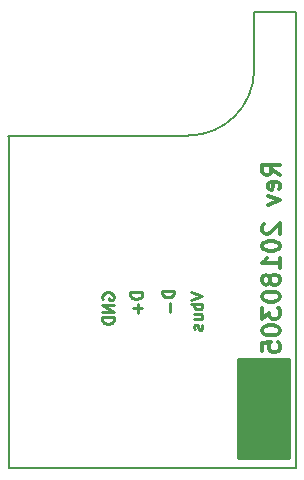
<source format=gbo>
%TF.GenerationSoftware,KiCad,Pcbnew,4.0.7*%
%TF.CreationDate,2018-03-06T15:15:19+00:00*%
%TF.ProjectId,a5v11-mod-01,61357631312D6D6F642D30312E6B6963,rev?*%
%TF.FileFunction,Legend,Bot*%
%FSLAX46Y46*%
G04 Gerber Fmt 4.6, Leading zero omitted, Abs format (unit mm)*
G04 Created by KiCad (PCBNEW 4.0.7) date Tuesday, 06 March 2018 'PMt' 15:15:19*
%MOMM*%
%LPD*%
G01*
G04 APERTURE LIST*
%ADD10C,0.100000*%
%ADD11C,0.300000*%
%ADD12C,0.150000*%
%ADD13C,0.250000*%
%ADD14C,0.254000*%
G04 APERTURE END LIST*
D10*
D11*
X23005171Y24841112D02*
X22290886Y25341112D01*
X23005171Y25698255D02*
X21505171Y25698255D01*
X21505171Y25126827D01*
X21576600Y24983969D01*
X21648029Y24912541D01*
X21790886Y24841112D01*
X22005171Y24841112D01*
X22148029Y24912541D01*
X22219457Y24983969D01*
X22290886Y25126827D01*
X22290886Y25698255D01*
X22933743Y23626827D02*
X23005171Y23769684D01*
X23005171Y24055398D01*
X22933743Y24198255D01*
X22790886Y24269684D01*
X22219457Y24269684D01*
X22076600Y24198255D01*
X22005171Y24055398D01*
X22005171Y23769684D01*
X22076600Y23626827D01*
X22219457Y23555398D01*
X22362314Y23555398D01*
X22505171Y24269684D01*
X22005171Y23055398D02*
X23005171Y22698255D01*
X22005171Y22341113D01*
X21648029Y20698256D02*
X21576600Y20626827D01*
X21505171Y20483970D01*
X21505171Y20126827D01*
X21576600Y19983970D01*
X21648029Y19912541D01*
X21790886Y19841113D01*
X21933743Y19841113D01*
X22148029Y19912541D01*
X23005171Y20769684D01*
X23005171Y19841113D01*
X21505171Y18912542D02*
X21505171Y18769685D01*
X21576600Y18626828D01*
X21648029Y18555399D01*
X21790886Y18483970D01*
X22076600Y18412542D01*
X22433743Y18412542D01*
X22719457Y18483970D01*
X22862314Y18555399D01*
X22933743Y18626828D01*
X23005171Y18769685D01*
X23005171Y18912542D01*
X22933743Y19055399D01*
X22862314Y19126828D01*
X22719457Y19198256D01*
X22433743Y19269685D01*
X22076600Y19269685D01*
X21790886Y19198256D01*
X21648029Y19126828D01*
X21576600Y19055399D01*
X21505171Y18912542D01*
X23005171Y16983971D02*
X23005171Y17841114D01*
X23005171Y17412542D02*
X21505171Y17412542D01*
X21719457Y17555399D01*
X21862314Y17698257D01*
X21933743Y17841114D01*
X22148029Y16126828D02*
X22076600Y16269686D01*
X22005171Y16341114D01*
X21862314Y16412543D01*
X21790886Y16412543D01*
X21648029Y16341114D01*
X21576600Y16269686D01*
X21505171Y16126828D01*
X21505171Y15841114D01*
X21576600Y15698257D01*
X21648029Y15626828D01*
X21790886Y15555400D01*
X21862314Y15555400D01*
X22005171Y15626828D01*
X22076600Y15698257D01*
X22148029Y15841114D01*
X22148029Y16126828D01*
X22219457Y16269686D01*
X22290886Y16341114D01*
X22433743Y16412543D01*
X22719457Y16412543D01*
X22862314Y16341114D01*
X22933743Y16269686D01*
X23005171Y16126828D01*
X23005171Y15841114D01*
X22933743Y15698257D01*
X22862314Y15626828D01*
X22719457Y15555400D01*
X22433743Y15555400D01*
X22290886Y15626828D01*
X22219457Y15698257D01*
X22148029Y15841114D01*
X21505171Y14626829D02*
X21505171Y14483972D01*
X21576600Y14341115D01*
X21648029Y14269686D01*
X21790886Y14198257D01*
X22076600Y14126829D01*
X22433743Y14126829D01*
X22719457Y14198257D01*
X22862314Y14269686D01*
X22933743Y14341115D01*
X23005171Y14483972D01*
X23005171Y14626829D01*
X22933743Y14769686D01*
X22862314Y14841115D01*
X22719457Y14912543D01*
X22433743Y14983972D01*
X22076600Y14983972D01*
X21790886Y14912543D01*
X21648029Y14841115D01*
X21576600Y14769686D01*
X21505171Y14626829D01*
X21505171Y13626829D02*
X21505171Y12698258D01*
X22076600Y13198258D01*
X22076600Y12983972D01*
X22148029Y12841115D01*
X22219457Y12769686D01*
X22362314Y12698258D01*
X22719457Y12698258D01*
X22862314Y12769686D01*
X22933743Y12841115D01*
X23005171Y12983972D01*
X23005171Y13412544D01*
X22933743Y13555401D01*
X22862314Y13626829D01*
X21505171Y11769687D02*
X21505171Y11626830D01*
X21576600Y11483973D01*
X21648029Y11412544D01*
X21790886Y11341115D01*
X22076600Y11269687D01*
X22433743Y11269687D01*
X22719457Y11341115D01*
X22862314Y11412544D01*
X22933743Y11483973D01*
X23005171Y11626830D01*
X23005171Y11769687D01*
X22933743Y11912544D01*
X22862314Y11983973D01*
X22719457Y12055401D01*
X22433743Y12126830D01*
X22076600Y12126830D01*
X21790886Y12055401D01*
X21648029Y11983973D01*
X21576600Y11912544D01*
X21505171Y11769687D01*
X21505171Y9912544D02*
X21505171Y10626830D01*
X22219457Y10698259D01*
X22148029Y10626830D01*
X22076600Y10483973D01*
X22076600Y10126830D01*
X22148029Y9983973D01*
X22219457Y9912544D01*
X22362314Y9841116D01*
X22719457Y9841116D01*
X22862314Y9912544D01*
X22933743Y9983973D01*
X23005171Y10126830D01*
X23005171Y10483973D01*
X22933743Y10626830D01*
X22862314Y10698259D01*
D12*
X15240000Y28194000D02*
G75*
G03X20828000Y33782000I0J5588000D01*
G01*
D13*
X14042981Y15052352D02*
X13042981Y15052352D01*
X13042981Y14814257D01*
X13090600Y14671399D01*
X13185838Y14576161D01*
X13281076Y14528542D01*
X13471552Y14480923D01*
X13614410Y14480923D01*
X13804886Y14528542D01*
X13900124Y14576161D01*
X13995362Y14671399D01*
X14042981Y14814257D01*
X14042981Y15052352D01*
X13662029Y14052352D02*
X13662029Y13290447D01*
X11342981Y14942352D02*
X10342981Y14942352D01*
X10342981Y14704257D01*
X10390600Y14561399D01*
X10485838Y14466161D01*
X10581076Y14418542D01*
X10771552Y14370923D01*
X10914410Y14370923D01*
X11104886Y14418542D01*
X11200124Y14466161D01*
X11295362Y14561399D01*
X11342981Y14704257D01*
X11342981Y14942352D01*
X10962029Y13942352D02*
X10962029Y13180447D01*
X11342981Y13561399D02*
X10581076Y13561399D01*
X7990600Y14333304D02*
X7942981Y14428542D01*
X7942981Y14571399D01*
X7990600Y14714257D01*
X8085838Y14809495D01*
X8181076Y14857114D01*
X8371552Y14904733D01*
X8514410Y14904733D01*
X8704886Y14857114D01*
X8800124Y14809495D01*
X8895362Y14714257D01*
X8942981Y14571399D01*
X8942981Y14476161D01*
X8895362Y14333304D01*
X8847743Y14285685D01*
X8514410Y14285685D01*
X8514410Y14476161D01*
X8942981Y13857114D02*
X7942981Y13857114D01*
X8942981Y13285685D01*
X7942981Y13285685D01*
X8942981Y12809495D02*
X7942981Y12809495D01*
X7942981Y12571400D01*
X7990600Y12428542D01*
X8085838Y12333304D01*
X8181076Y12285685D01*
X8371552Y12238066D01*
X8514410Y12238066D01*
X8704886Y12285685D01*
X8800124Y12333304D01*
X8895362Y12428542D01*
X8942981Y12571400D01*
X8942981Y12809495D01*
X15442981Y14954257D02*
X16442981Y14620924D01*
X15442981Y14287590D01*
X16442981Y13954257D02*
X15442981Y13954257D01*
X15823933Y13954257D02*
X15776314Y13859019D01*
X15776314Y13668542D01*
X15823933Y13573304D01*
X15871552Y13525685D01*
X15966790Y13478066D01*
X16252505Y13478066D01*
X16347743Y13525685D01*
X16395362Y13573304D01*
X16442981Y13668542D01*
X16442981Y13859019D01*
X16395362Y13954257D01*
X15776314Y12620923D02*
X16442981Y12620923D01*
X15776314Y13049495D02*
X16300124Y13049495D01*
X16395362Y13001876D01*
X16442981Y12906638D01*
X16442981Y12763780D01*
X16395362Y12668542D01*
X16347743Y12620923D01*
X16395362Y12192352D02*
X16442981Y12097114D01*
X16442981Y11906638D01*
X16395362Y11811399D01*
X16300124Y11763780D01*
X16252505Y11763780D01*
X16157267Y11811399D01*
X16109648Y11906638D01*
X16109648Y12049495D01*
X16062029Y12144733D01*
X15966790Y12192352D01*
X15919171Y12192352D01*
X15823933Y12144733D01*
X15776314Y12049495D01*
X15776314Y11906638D01*
X15823933Y11811399D01*
D12*
X90600Y71400D02*
X90600Y28121400D01*
X24390600Y71400D02*
X90600Y71400D01*
X24390600Y38621400D02*
X24390600Y71400D01*
X20790600Y38621400D02*
X24390600Y38621400D01*
X20828000Y33782000D02*
X20790600Y38621400D01*
X0Y28194000D02*
X15240000Y28194000D01*
D14*
G36*
X23749000Y889000D02*
X19431000Y889000D01*
X19431000Y9271000D01*
X23749000Y9271000D01*
X23749000Y889000D01*
X23749000Y889000D01*
G37*
X23749000Y889000D02*
X19431000Y889000D01*
X19431000Y9271000D01*
X23749000Y9271000D01*
X23749000Y889000D01*
M02*

</source>
